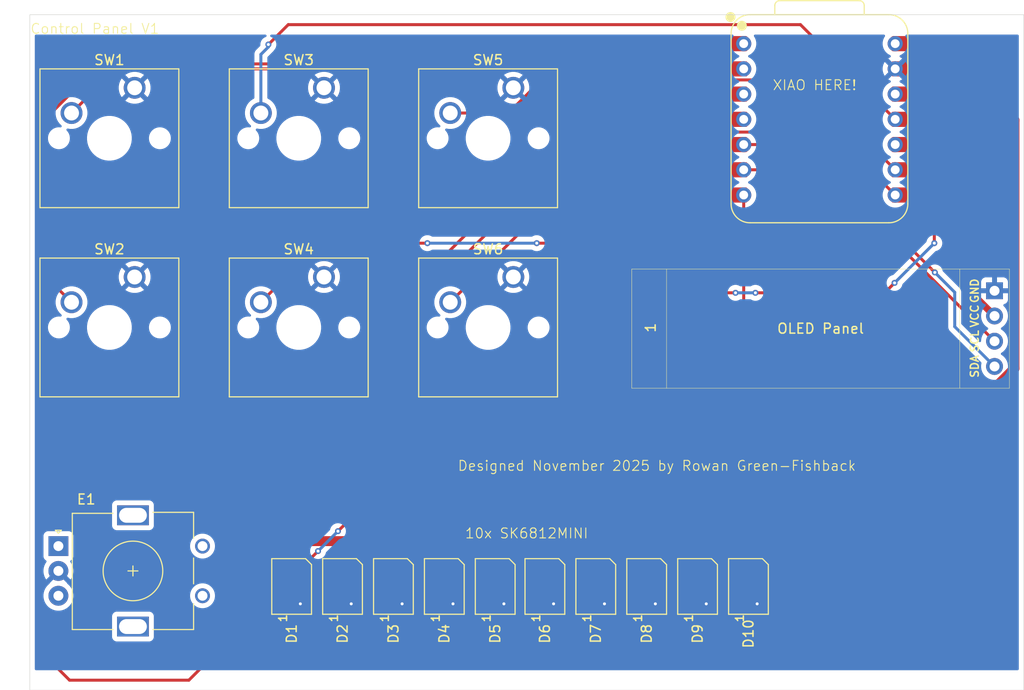
<source format=kicad_pcb>
(kicad_pcb (version 20241229) (generator "pcbnew") (generator_version "9.0")
  (layers (0 "F.Cu" signal) (2 "B.Cu" signal) (13 "F.Paste" user) (15 "B.Paste" user) (5 "F.SilkS" user "F.Silkscreen") (7 "B.SilkS" user "B.Silkscreen") (1 "F.Mask" user) (3 "B.Mask" user) (25 "Edge.Cuts" user))
  (net 0 "")
  (net 1 "Net-(D1-DOUT)")
  (net 2 "+5V")
  (net 3 "Net-(D1-DIN)")
  (net 4 "GND")
  (net 5 "Net-(U1-GPIO1{slash}RX)")
  (net 6 "Net-(U1-GPIO2{slash}SCK)")
  (net 7 "Net-(U1-GPIO4{slash}MISO)")
  (net 8 "Net-(U1-GPIO3{slash}MOSI)")
  (net 9 "+3.3V")
  (net 10 "Net-(D2-DOUT)")
  (net 11 "Net-(D3-DOUT)")
  (net 12 "Net-(D4-DOUT)")
  (net 13 "Net-(D5-DOUT)")
  (net 14 "Net-(D6-DOUT)")
  (net 15 "Net-(D7-DOUT)")
  (net 16 "Net-(D8-DOUT)")
  (net 17 "Net-(D10-DIN)")
  (net 19 "Net-(U1-GPIO27{slash}ADC1{slash}A1)")
  (net 20 "Net-(U1-GPIO26{slash}ADC0{slash}A0)")
  (net 21 "Net-(1-SDA)")
  (net 22 "Net-(1-SCL)")
  (net 23 "Net-(U1-GPIO28{slash}ADC2{slash}A2)")
  (net 24 "Net-(U1-GPIO29{slash}ADC3{slash}A3)")
  (footprint "LED_SMD:LED_SK6812MINI_PLCC4_3.5x3.5mm_P1.75mm" (layer "F.Cu") (at 93.82 116.5625 90)
    (property "Reference" "D6" (at -4.7625 0 90) (layer "F.SilkS"))
    (property "Value" "SK6812MINI" (hide yes))
    (fp_line (start -2.8 -2) (end 2.8 -2) (stroke (width 0.12)) (layer "F.SilkS"))
    (fp_line (start -2.8 -2) (end -2.8 2) (stroke (width 0.12)) (layer "F.SilkS"))
    (fp_line (start 2.8 1.4) (end 2.8 -2) (stroke (width 0.12)) (layer "F.SilkS"))
    (fp_line (start 2.8 1.4) (end 2.2 2) (stroke (width 0.12)) (layer "F.SilkS"))
    (fp_line (start -2.8 2) (end 2.2 2) (stroke (width 0.12)) (layer "F.SilkS"))
    (fp_text user "1" (at -3.2 -0.875 90) (layer "F.SilkS") (effects (font (size 0.8 0.8))))
    (pad "1" smd rect (at -1.75 -0.875 90) (size 1.6 0.85) (layers "F.Cu" "F.Mask" "F.Paste") (net 14 "Net-(D6-DOUT)"))
    (pad "2" smd rect (at -1.75 0.875 90) (size 1.6 0.85) (layers "F.Cu" "F.Mask" "F.Paste") (net 4 "GND"))
    (pad "3" smd rect (at 1.75 0.875 90) (size 1.6 0.85) (layers "F.Cu" "F.Mask" "F.Paste") (net 13 "Net-(D5-DOUT)"))
    (pad "4" smd rect (at 1.75 -0.875 90) (size 1.6 0.85) (layers "F.Cu" "F.Mask" "F.Paste") (net 2 "+5V"))
  )
  (footprint "LED_SMD:LED_SK6812MINI_PLCC4_3.5x3.5mm_P1.75mm" (layer "F.Cu") (at 68.34125 116.5625 90)
    (property "Reference" "D1" (at -4.7625 0 90) (layer "F.SilkS"))
    (property "Value" "SK6812MINI" (hide yes))
    (fp_line (start -2.8 -2) (end 2.8 -2) (stroke (width 0.12)) (layer "F.SilkS"))
    (fp_line (start -2.8 -2) (end -2.8 2) (stroke (width 0.12)) (layer "F.SilkS"))
    (fp_line (start 2.8 1.4) (end 2.8 -2) (stroke (width 0.12)) (layer "F.SilkS"))
    (fp_line (start 2.8 1.4) (end 2.2 2) (stroke (width 0.12)) (layer "F.SilkS"))
    (fp_line (start -2.8 2) (end 2.2 2) (stroke (width 0.12)) (layer "F.SilkS"))
    (fp_text user "1" (at -3.2 -0.875 90) (layer "F.SilkS") (effects (font (size 0.8 0.8))))
    (pad "1" smd rect (at -1.75 -0.875 90) (size 1.6 0.85) (layers "F.Cu" "F.Mask" "F.Paste") (net 1 "Net-(D1-DOUT)"))
    (pad "2" smd rect (at -1.75 0.875 90) (size 1.6 0.85) (layers "F.Cu" "F.Mask" "F.Paste") (net 4 "GND"))
    (pad "3" smd rect (at 1.75 0.875 90) (size 1.6 0.85) (layers "F.Cu" "F.Mask" "F.Paste") (net 3 "Net-(D1-DIN)"))
    (pad "4" smd rect (at 1.75 -0.875 90) (size 1.6 0.85) (layers "F.Cu" "F.Mask" "F.Paste") (net 2 "+5V"))
  )
  (footprint "OPL:RotaryEncoder_Alps_EC11E_Vertical_H20mm" (layer "F.Cu") (at 44.875 112.5)
    (property "Reference" "E1" (at 2.8 -4.7 0) (layer "F.SilkS"))
    (property "Value" "EC11E Encoder")
    (fp_line (start -0.3 -1.6) (end 0.3 -1.6) (stroke (width 0.12)) (layer "F.SilkS"))
    (fp_line (start 0 -1.3) (end -0.3 -1.6) (stroke (width 0.12)) (layer "F.SilkS"))
    (fp_line (start 0.3 -1.6) (end 0 -1.3) (stroke (width 0.12)) (layer "F.SilkS"))
    (fp_line (start 1.4 -3.3) (end 1.4 8.4) (stroke (width 0.12)) (layer "F.SilkS"))
    (fp_line (start 5.5 -3.3) (end 1.4 -3.3) (stroke (width 0.12)) (layer "F.SilkS"))
    (fp_line (start 5.5 8.4) (end 1.4 8.4) (stroke (width 0.12)) (layer "F.SilkS"))
    (fp_line (start 7 2.5) (end 8 2.5) (stroke (width 0.12)) (layer "F.SilkS"))
    (fp_line (start 7.5 2) (end 7.5 3) (stroke (width 0.12)) (layer "F.SilkS"))
    (fp_line (start 9.5 -3.4) (end 13.6 -3.4) (stroke (width 0.12)) (layer "F.SilkS"))
    (fp_line (start 13.6 -3.4) (end 13.6 -0.8) (stroke (width 0.12)) (layer "F.SilkS"))
    (fp_line (start 13.6 1.2) (end 13.6 3.8) (stroke (width 0.12)) (layer "F.SilkS"))
    (fp_line (start 13.6 5.8) (end 13.6 8.4) (stroke (width 0.12)) (layer "F.SilkS"))
    (fp_line (start 13.6 8.4) (end 9.5 8.4) (stroke (width 0.12)) (layer "F.SilkS"))
    (fp_circle (center 7.5 2.5) (end 10.5 2.5) (stroke (width 0.12)) (fill no) (layer "F.SilkS"))
    (pad "" thru_hole circle (at 14.5 0) (size 1.5 1.5) (drill 1) (layers "*.Cu" "*.Mask"))
    (pad "" thru_hole circle (at 14.5 5) (size 1.5 1.5) (drill 1) (layers "*.Cu" "*.Mask"))
    (pad "A" thru_hole rect (at 0 0) (size 2 2) (drill 1) (layers "*.Cu" "*.Mask") (net 23 "Net-(U1-GPIO28{slash}ADC2{slash}A2)"))
    (pad "B" thru_hole circle (at 0 5) (size 2 2) (drill 1) (layers "*.Cu" "*.Mask") (net 24 "Net-(U1-GPIO29{slash}ADC3{slash}A3)"))
    (pad "C" thru_hole circle (at 0 2.5) (size 2 2) (drill 1) (layers "*.Cu" "*.Mask") (net 4 "GND"))
    (pad "MP" thru_hole rect (at 7.5 -3.1) (size 3.2 2) (drill oval 2.8 1.5) (layers "*.Cu" "*.Mask"))
    (pad "MP" thru_hole rect (at 7.5 8.1) (size 3.2 2) (drill oval 2.8 1.5) (layers "*.Cu" "*.Mask"))
  )
  (footprint "Button_Switch_Keyboard:SW_Cherry_MX_1.00u_PCB" (layer "F.Cu") (at 71.59625 66.3575)
    (property "Reference" "SW3" (at -2.54 -2.794 0) (layer "F.SilkS"))
    (property "Value" "SW_Push")
    (fp_line (start -9.525 -1.905) (end 4.445 -1.905) (stroke (width 0.12)) (layer "F.SilkS"))
    (fp_line (start -9.525 12.065) (end -9.525 -1.905) (stroke (width 0.12)) (layer "F.SilkS"))
    (fp_line (start 4.445 -1.905) (end 4.445 12.065) (stroke (width 0.12)) (layer "F.SilkS"))
    (fp_line (start 4.445 12.065) (end -9.525 12.065) (stroke (width 0.12)) (layer "F.SilkS"))
    (pad "" np_thru_hole circle (at -7.62 5.08) (size 1.7 1.7) (drill 1.7) (layers "*.Cu" "*.Mask"))
    (pad "" np_thru_hole circle (at -2.54 5.08) (size 4 4) (drill 4) (layers "*.Cu" "*.Mask"))
    (pad "" np_thru_hole circle (at 2.54 5.08) (size 1.7 1.7) (drill 1.7) (layers "*.Cu" "*.Mask"))
    (pad "1" thru_hole circle (at 0 0) (size 2.2 2.2) (drill 1.5) (layers "*.Cu" "*.Mask") (net 4 "GND"))
    (pad "2" thru_hole circle (at -6.35 2.54) (size 2.2 2.2) (drill 1.5) (layers "*.Cu" "*.Mask") (net 8 "Net-(U1-GPIO3{slash}MOSI)"))
  )
  (footprint "LED_SMD:LED_SK6812MINI_PLCC4_3.5x3.5mm_P1.75mm" (layer "F.Cu") (at 78.58125 116.5625 90)
    (property "Reference" "D3" (at -4.7625 0 90) (layer "F.SilkS"))
    (property "Value" "SK6812MINI" (hide yes))
    (fp_line (start -2.8 -2) (end 2.8 -2) (stroke (width 0.12)) (layer "F.SilkS"))
    (fp_line (start -2.8 -2) (end -2.8 2) (stroke (width 0.12)) (layer "F.SilkS"))
    (fp_line (start 2.8 1.4) (end 2.8 -2) (stroke (width 0.12)) (layer "F.SilkS"))
    (fp_line (start 2.8 1.4) (end 2.2 2) (stroke (width 0.12)) (layer "F.SilkS"))
    (fp_line (start -2.8 2) (end 2.2 2) (stroke (width 0.12)) (layer "F.SilkS"))
    (fp_text user "1" (at -3.2 -0.875 90) (layer "F.SilkS") (effects (font (size 0.8 0.8))))
    (pad "1" smd rect (at -1.75 -0.875 90) (size 1.6 0.85) (layers "F.Cu" "F.Mask" "F.Paste") (net 11 "Net-(D3-DOUT)"))
    (pad "2" smd rect (at -1.75 0.875 90) (size 1.6 0.85) (layers "F.Cu" "F.Mask" "F.Paste") (net 4 "GND"))
    (pad "3" smd rect (at 1.75 0.875 90) (size 1.6 0.85) (layers "F.Cu" "F.Mask" "F.Paste") (net 10 "Net-(D2-DOUT)"))
    (pad "4" smd rect (at 1.75 -0.875 90) (size 1.6 0.85) (layers "F.Cu" "F.Mask" "F.Paste") (net 2 "+5V"))
  )
  (footprint "Button_Switch_Keyboard:SW_Cherry_MX_1.00u_PCB" (layer "F.Cu") (at 52.54625 66.3575)
    (property "Reference" "SW1" (at -2.54 -2.794 0) (layer "F.SilkS"))
    (property "Value" "SW_Push")
    (fp_line (start -9.525 -1.905) (end 4.445 -1.905) (stroke (width 0.12)) (layer "F.SilkS"))
    (fp_line (start -9.525 12.065) (end -9.525 -1.905) (stroke (width 0.12)) (layer "F.SilkS"))
    (fp_line (start 4.445 -1.905) (end 4.445 12.065) (stroke (width 0.12)) (layer "F.SilkS"))
    (fp_line (start 4.445 12.065) (end -9.525 12.065) (stroke (width 0.12)) (layer "F.SilkS"))
    (pad "" np_thru_hole circle (at -7.62 5.08) (size 1.7 1.7) (drill 1.7) (layers "*.Cu" "*.Mask"))
    (pad "" np_thru_hole circle (at -2.54 5.08) (size 4 4) (drill 4) (layers "*.Cu" "*.Mask"))
    (pad "" np_thru_hole circle (at 2.54 5.08) (size 1.7 1.7) (drill 1.7) (layers "*.Cu" "*.Mask"))
    (pad "1" thru_hole circle (at 0 0) (size 2.2 2.2) (drill 1.5) (layers "*.Cu" "*.Mask") (net 4 "GND"))
    (pad "2" thru_hole circle (at -6.35 2.54) (size 2.2 2.2) (drill 1.5) (layers "*.Cu" "*.Mask") (net 19 "Net-(U1-GPIO27{slash}ADC1{slash}A1)"))
  )
  (footprint "LED_SMD:LED_SK6812MINI_PLCC4_3.5x3.5mm_P1.75mm" (layer "F.Cu") (at 88.82125 116.5625 90)
    (property "Reference" "D5" (at -4.7625 0 90) (layer "F.SilkS"))
    (property "Value" "SK6812MINI" (hide yes))
    (fp_line (start -2.8 -2) (end 2.8 -2) (stroke (width 0.12)) (layer "F.SilkS"))
    (fp_line (start -2.8 -2) (end -2.8 2) (stroke (width 0.12)) (layer "F.SilkS"))
    (fp_line (start 2.8 1.4) (end 2.8 -2) (stroke (width 0.12)) (layer "F.SilkS"))
    (fp_line (start 2.8 1.4) (end 2.2 2) (stroke (width 0.12)) (layer "F.SilkS"))
    (fp_line (start -2.8 2) (end 2.2 2) (stroke (width 0.12)) (layer "F.SilkS"))
    (fp_text user "1" (at -3.2 -0.875 90) (layer "F.SilkS") (effects (font (size 0.8 0.8))))
    (pad "1" smd rect (at -1.75 -0.875 90) (size 1.6 0.85) (layers "F.Cu" "F.Mask" "F.Paste") (net 13 "Net-(D5-DOUT)"))
    (pad "2" smd rect (at -1.75 0.875 90) (size 1.6 0.85) (layers "F.Cu" "F.Mask" "F.Paste") (net 4 "GND"))
    (pad "3" smd rect (at 1.75 0.875 90) (size 1.6 0.85) (layers "F.Cu" "F.Mask" "F.Paste") (net 12 "Net-(D4-DOUT)"))
    (pad "4" smd rect (at 1.75 -0.875 90) (size 1.6 0.85) (layers "F.Cu" "F.Mask" "F.Paste") (net 2 "+5V"))
  )
  (footprint "LED_SMD:LED_SK6812MINI_PLCC4_3.5x3.5mm_P1.75mm" (layer "F.Cu") (at 104.06 116.5625 90)
    (property "Reference" "D8" (at -4.7625 0 90) (layer "F.SilkS"))
    (property "Value" "SK6812MINI" (hide yes))
    (fp_line (start -2.8 -2) (end 2.8 -2) (stroke (width 0.12)) (layer "F.SilkS"))
    (fp_line (start -2.8 -2) (end -2.8 2) (stroke (width 0.12)) (layer "F.SilkS"))
    (fp_line (start 2.8 1.4) (end 2.8 -2) (stroke (width 0.12)) (layer "F.SilkS"))
    (fp_line (start 2.8 1.4) (end 2.2 2) (stroke (width 0.12)) (layer "F.SilkS"))
    (fp_line (start -2.8 2) (end 2.2 2) (stroke (width 0.12)) (layer "F.SilkS"))
    (fp_text user "1" (at -3.2 -0.875 90) (layer "F.SilkS") (effects (font (size 0.8 0.8))))
    (pad "1" smd rect (at -1.75 -0.875 90) (size 1.6 0.85) (layers "F.Cu" "F.Mask" "F.Paste") (net 16 "Net-(D8-DOUT)"))
    (pad "2" smd rect (at -1.75 0.875 90) (size 1.6 0.85) (layers "F.Cu" "F.Mask" "F.Paste") (net 4 "GND"))
    (pad "3" smd rect (at 1.75 0.875 90) (size 1.6 0.85) (layers "F.Cu" "F.Mask" "F.Paste") (net 15 "Net-(D7-DOUT)"))
    (pad "4" smd rect (at 1.75 -0.875 90) (size 1.6 0.85) (layers "F.Cu" "F.Mask" "F.Paste") (net 2 "+5V"))
  )
  (footprint "Button_Switch_Keyboard:SW_Cherry_MX_1.00u_PCB" (layer "F.Cu") (at 90.64625 85.4075)
    (property "Reference" "SW6" (at -2.54 -2.794 0) (layer "F.SilkS"))
    (property "Value" "SW_Push")
    (fp_line (start -9.525 -1.905) (end 4.445 -1.905) (stroke (width 0.12)) (layer "F.SilkS"))
    (fp_line (start -9.525 12.065) (end -9.525 -1.905) (stroke (width 0.12)) (layer "F.SilkS"))
    (fp_line (start 4.445 -1.905) (end 4.445 12.065) (stroke (width 0.12)) (layer "F.SilkS"))
    (fp_line (start 4.445 12.065) (end -9.525 12.065) (stroke (width 0.12)) (layer "F.SilkS"))
    (pad "" np_thru_hole circle (at -7.62 5.08) (size 1.7 1.7) (drill 1.7) (layers "*.Cu" "*.Mask"))
    (pad "" np_thru_hole circle (at -2.54 5.08) (size 4 4) (drill 4) (layers "*.Cu" "*.Mask"))
    (pad "" np_thru_hole circle (at 2.54 5.08) (size 1.7 1.7) (drill 1.7) (layers "*.Cu" "*.Mask"))
    (pad "1" thru_hole circle (at 0 0) (size 2.2 2.2) (drill 1.5) (layers "*.Cu" "*.Mask") (net 4 "GND"))
    (pad "2" thru_hole circle (at -6.35 2.54) (size 2.2 2.2) (drill 1.5) (layers "*.Cu" "*.Mask") (net 5 "Net-(U1-GPIO1{slash}RX)"))
  )
  (footprint "OPL:XIAO-RP2040-DIP" (layer "F.Cu") (at 121.44375 69.5325)
    (property "Reference" "U1" (hide yes))
    (property "Value" "XIAO-RP2040-DIP")
    (fp_line (start -8.89 8.509) (end -8.89 -8.636) (stroke (width 0.127)) (layer "F.SilkS"))
    (fp_line (start -6.985 10.414) (end 6.985 10.414) (stroke (width 0.127)) (layer "F.SilkS"))
    (fp_line (start -4.495 -10.541) (end -4.491272 -11.451272) (stroke (width 0.127)) (layer "F.SilkS"))
    (fp_line (start -3.991272 -11.951) (end 4.004 -11.951) (stroke (width 0.127)) (layer "F.SilkS"))
    (fp_line (start 4.504 -11.451) (end 4.504 -10.541) (stroke (width 0.127)) (layer "F.SilkS"))
    (fp_line (start 6.985 -10.541) (end -6.985 -10.541) (stroke (width 0.1)) (layer "F.SilkS"))
    (fp_line (start 6.985 -10.541) (end -6.985 -10.541) (stroke (width 0.127)) (layer "F.SilkS"))
    (fp_line (start 8.89 8.509) (end 8.89 -8.636) (stroke (width 0.127)) (layer "F.SilkS"))
    (fp_arc (start -8.89 -8.636) (mid -8.332038 -9.983038) (end -6.985 -10.541) (stroke (width 0.127)) (layer "F.SilkS"))
    (fp_arc (start -6.985 10.414) (mid -8.332038 9.856038) (end -8.89 8.509) (stroke (width 0.127)) (layer "F.SilkS"))
    (fp_arc (start -4.491272 -11.451272) (mid -4.344728 -11.80464) (end -3.991272 -11.951) (stroke (width 0.127)) (layer "F.SilkS"))
    (fp_arc (start 4.004 -11.951) (mid 4.357553 -11.804553) (end 4.504 -11.451) (stroke (width 0.127)) (layer "F.SilkS"))
    (fp_arc (start 6.985 -10.541) (mid 8.332038 -9.983038) (end 8.89 -8.636) (stroke (width 0.127)) (layer "F.SilkS"))
    (fp_arc (start 8.89 8.509) (mid 8.332038 9.856038) (end 6.985 10.414) (stroke (width 0.127)) (layer "F.SilkS"))
    (fp_circle (center -8.95 -10.3) (end -8.95 -10.554) (stroke (width 0.5)) (fill yes) (layer "F.SilkS"))
    (fp_circle (center -7.807 -9.42) (end -7.807 -9.674) (stroke (width 0.5)) (fill yes) (layer "F.SilkS"))
    (pad "1" smd roundrect (at -8.455 -7.62 180) (size 2.432 1.524) (layers "F.Cu" "F.Mask") (roundrect_rratio 0.1) (net 20 "Net-(U1-GPIO26{slash}ADC0{slash}A0)"))
    (pad "1" thru_hole circle (at -7.62 -7.62 180) (size 1.524 1.524) (drill 0.889) (layers "*.Cu" "*.Mask") (net 20 "Net-(U1-GPIO26{slash}ADC0{slash}A0)"))
    (pad "2" smd roundrect (at -8.455 -5.08 180) (size 2.432 1.524) (layers "F.Cu" "F.Mask") (roundrect_rratio 0.1) (net 19 "Net-(U1-GPIO27{slash}ADC1{slash}A1)"))
    (pad "2" thru_hole circle (at -7.62 -5.08 180) (size 1.524 1.524) (drill 0.889) (layers "*.Cu" "*.Mask") (net 19 "Net-(U1-GPIO27{slash}ADC1{slash}A1)"))
    (pad "3" smd roundrect (at -8.455 -2.54 180) (size 2.432 1.524) (layers "F.Cu" "F.Mask") (roundrect_rratio 0.1) (net 23 "Net-(U1-GPIO28{slash}ADC2{slash}A2)"))
    (pad "3" thru_hole circle (at -7.62 -2.54 180) (size 1.524 1.524) (drill 0.889) (layers "*.Cu" "*.Mask") (net 23 "Net-(U1-GPIO28{slash}ADC2{slash}A2)"))
    (pad "4" smd roundrect (at -8.455 0 180) (size 2.432 1.524) (layers "F.Cu" "F.Mask") (roundrect_rratio 0.1) (net 24 "Net-(U1-GPIO29{slash}ADC3{slash}A3)"))
    (pad "4" thru_hole circle (at -7.62 0 180) (size 1.524 1.524) (drill 0.889) (layers "*.Cu" "*.Mask") (net 24 "Net-(U1-GPIO29{slash}ADC3{slash}A3)"))
    (pad "5" smd roundrect (at -8.455 2.54 180) (size 2.432 1.524) (layers "F.Cu" "F.Mask") (roundrect_rratio 0.1) (net 21 "Net-(1-SDA)"))
    (pad "5" thru_hole circle (at -7.62 2.54 180) (size 1.524 1.524) (drill 0.889) (layers "*.Cu" "*.Mask") (net 21 "Net-(1-SDA)"))
    (pad "6" smd roundrect (at -8.455 5.08 180) (size 2.432 1.524) (layers "F.Cu" "F.Mask") (roundrect_rratio 0.1) (net 22 "Net-(1-SCL)"))
    (pad "6" thru_hole circle (at -7.62 5.08 180) (size 1.524 1.524) (drill 0.889) (layers "*.Cu" "*.Mask") (net 22 "Net-(1-SCL)"))
    (pad "7" smd roundrect (at -8.455 7.62 180) (size 2.432 1.524) (layers "F.Cu" "F.Mask") (roundrect_rratio 0.1) (net 3 "Net-(D1-DIN)"))
    (pad "7" thru_hole circle (at -7.62 7.62 180) (size 1.524 1.524) (drill 0.889) (layers "*.Cu" "*.Mask") (net 3 "Net-(D1-DIN)"))
    (pad "8" thru_hole circle (at 7.62 7.62) (size 1.524 1.524) (drill 0.889) (layers "*.Cu" "*.Mask") (net 5 "Net-(U1-GPIO1{slash}RX)"))
    (pad "8" smd roundrect (at 8.455 7.62) (size 2.432 1.524) (layers "F.Cu" "F.Mask") (roundrect_rratio 0.1) (net 5 "Net-(U1-GPIO1{slash}RX)"))
    (pad "9" thru_hole circle (at 7.62 5.08) (size 1.524 1.524) (drill 0.889) (layers "*.Cu" "*.Mask") (net 6 "Net-(U1-GPIO2{slash}SCK)"))
    (pad "9" smd roundrect (at 8.455 5.08) (size 2.432 1.524) (layers "F.Cu" "F.Mask") (roundrect_rratio 0.1) (net 6 "Net-(U1-GPIO2{slash}SCK)"))
    (pad "10" thru_hole circle (at 7.62 2.54) (size 1.524 1.524) (drill 0.889) (layers "*.Cu" "*.Mask") (net 7 "Net-(U1-GPIO4{slash}MISO)"))
    (pad "10" smd roundrect (at 8.455 2.54) (size 2.432 1.524) (layers "F.Cu" "F.Mask") (roundrect_rratio 0.1) (net 7 "Net-(U1-GPIO4{slash}MISO)"))
    (pad "11" thru_hole circle (at 7.62 0) (size 1.524 1.524) (drill 0.889) (layers "*.Cu" "*.Mask") (net 8 "Net-(U1-GPIO3{slash}MOSI)"))
    (pad "11" smd roundrect (at 8.455 0) (size 2.432 1.524) (layers "F.Cu" "F.Mask") (roundrect_rratio 0.1) (net 8 "Net-(U1-GPIO3{slash}MOSI)"))
    (pad "12" thru_hole circle (at 7.62 -2.54) (size 1.524 1.524) (drill 0.889) (layers "*.Cu" "*.Mask") (net 9 "+3.3V"))
    (pad "12" smd roundrect (at 8.455 -2.54) (size 2.432 1.524) (layers "F.Cu" "F.Mask") (roundrect_rratio 0.1) (net 9 "+3.3V"))
    (pad "13" thru_hole circle (at 7.62 -5.08) (size 1.524 1.524) (drill 0.889) (layers "*.Cu" "*.Mask") (net 4 "GND"))
    (pad "13" smd roundrect (at 8.455 -5.08) (size 2.432 1.524) (layers "F.Cu" "F.Mask") (roundrect_rratio 0.1) (net 4 "GND"))
    (pad "14" thru_hole circle (at 7.62 -7.62) (size 1.524 1.524) (drill 0.889) (layers "*.Cu" "*.Mask") (net 2 "+5V"))
    (pad "14" smd roundrect (at 8.455 -7.62) (size 2.432 1.524) (layers "F.Cu" "F.Mask") (roundrect_rratio 0.1) (net 2 "+5V"))
  )
  (footprint "OPL:SSD1306-0.91-OLED-4pin-128x32" (layer "F.Cu") (at 102.55875 84.6025)
    (property "Reference" "1" (at 1.9 5.91 90) (layer "F.SilkS"))
    (property "Value" "Oled Panel")
    (fp_line (start 0 0) (end 0 12) (stroke (width 0.04)) (layer "F.SilkS"))
    (fp_line (start 0 12) (end 38 12) (stroke (width 0.04)) (layer "F.SilkS"))
    (fp_line (start 3.5 0) (end 3.5 12) (stroke (width 0.04)) (layer "F.SilkS"))
    (fp_line (start 33 0) (end 33 12) (stroke (width 0.04)) (layer "F.SilkS"))
    (fp_line (start 38 0) (end 0 0) (stroke (width 0.04)) (layer "F.SilkS"))
    (fp_line (start 38 12) (end 38 0) (stroke (width 0.04)) (layer "F.SilkS"))
    (fp_text user "SDA" (at 34.5 9.81 270) (layer "F.SilkS") (effects (font (size 0.8 0.8))))
    (fp_text user "VCC" (at 34.5 4.73 270) (layer "F.SilkS") (effects (font (size 0.8 0.8))))
    (fp_text user "OLED Panel" (at 19 6 0) (layer "F.SilkS"))
    (fp_text user "GND" (at 34.5 2.19 270) (layer "F.SilkS") (effects (font (size 0.8 0.8))))
    (fp_text user "SCL" (at 34.5 7.27 270) (layer "F.SilkS") (effects (font (size 0.8 0.8))))
    (pad "1" thru_hole rect (at 36.5 2.19) (size 1.7 1.7) (drill 1) (layers "*.Cu" "*.Mask") (net 4 "GND"))
    (pad "2" thru_hole oval (at 36.5 4.73) (size 1.7 1.7) (drill 1) (layers "*.Cu" "*.Mask") (net 9 "+3.3V"))
    (pad "3" thru_hole oval (at 36.5 7.27) (size 1.7 1.7) (drill 1) (layers "*.Cu" "*.Mask") (net 22 "Net-(1-SCL)"))
    (pad "4" thru_hole oval (at 36.5 9.81) (size 1.7 1.7) (drill 1) (layers "*.Cu" "*.Mask") (net 21 "Net-(1-SDA)"))
  )
  (footprint "LED_SMD:LED_SK6812MINI_PLCC4_3.5x3.5mm_P1.75mm" (layer "F.Cu") (at 109.18 116.5625 90)
    (property "Reference" "D9" (at -4.7625 0 90) (layer "F.SilkS"))
    (property "Value" "SK6812MINI" (hide yes))
    (fp_line (start -2.8 -2) (end 2.8 -2) (stroke (width 0.12)) (layer "F.SilkS"))
    (fp_line (start -2.8 -2) (end -2.8 2) (stroke (width 0.12)) (layer "F.SilkS"))
    (fp_line (start 2.8 1.4) (end 2.8 -2) (stroke (width 0.12)) (layer "F.SilkS"))
    (fp_line (start 2.8 1.4) (end 2.2 2) (stroke (width 0.12)) (layer "F.SilkS"))
    (fp_line (start -2.8 2) (end 2.2 2) (stroke (width 0.12)) (layer "F.SilkS"))
    (fp_text user "1" (at -3.2 -0.875 90) (layer "F.SilkS") (effects (font (size 0.8 0.8))))
    (pad "1" smd rect (at -1.75 -0.875 90) (size 1.6 0.85) (layers "F.Cu" "F.Mask" "F.Paste") (net 17 "Net-(D10-DIN)"))
    (pad "2" smd rect (at -1.75 0.875 90) (size 1.6 0.85) (layers "F.Cu" "F.Mask" "F.Paste") (net 4 "GND"))
    (pad "3" smd rect (at 1.75 0.875 90) (size 1.6 0.85) (layers "F.Cu" "F.Mask" "F.Paste") (net 16 "Net-(D8-DOUT)"))
    (pad "4" smd rect (at 1.75 -0.875 90) (size 1.6 0.85) (layers "F.Cu" "F.Mask" "F.Paste") (net 2 "+5V"))
  )
  (footprint "LED_SMD:LED_SK6812MINI_PLCC4_3.5x3.5mm_P1.75mm" (layer "F.Cu") (at 98.94 116.5625 90)
    (property "Reference" "D7" (at -4.7625 0 90) (layer "F.SilkS"))
    (property "Value" "SK6812MINI" (hide yes))
    (fp_line (start -2.8 -2) (end 2.8 -2) (stroke (width 0.12)) (layer "F.SilkS"))
    (fp_line (start -2.8 -2) (end -2.8 2) (stroke (width 0.12)) (layer "F.SilkS"))
    (fp_line (start 2.8 1.4) (end 2.8 -2) (stroke (width 0.12)) (layer "F.SilkS"))
    (fp_line (start 2.8 1.4) (end 2.2 2) (stroke (width 0.12)) (layer "F.SilkS"))
    (fp_line (start -2.8 2) (end 2.2 2) (stroke (width 0.12)) (layer "F.SilkS"))
    (fp_text user "1" (at -3.2 -0.875 90) (layer "F.SilkS") (effects (font (size 0.8 0.8))))
    (pad "1" smd rect (at -1.75 -0.875 90) (size 1.6 0.85) (layers "F.Cu" "F.Mask" "F.Paste") (net 15 "Net-(D7-DOUT)"))
    (pad "2" smd rect (at -1.75 0.875 90) (size 1.6 0.85) (layers "F.Cu" "F.Mask" "F.Paste") (net 4 "GND"))
    (pad "3" smd rect (at 1.75 0.875 90) (size 1.6 0.85) (layers "F.Cu" "F.Mask" "F.Paste") (net 14 "Net-(D6-DOUT)"))
    (pad "4" smd rect (at 1.75 -0.875 90) (size 1.6 0.85) (layers "F.Cu" "F.Mask" "F.Paste") (net 2 "+5V"))
  )
  (footprint "Button_Switch_Keyboard:SW_Cherry_MX_1.00u_PCB" (layer "F.Cu") (at 52.54625 85.4075)
    (property "Reference" "SW2" (at -2.54 -2.794 0) (layer "F.SilkS"))
    (property "Value" "SW_Push")
    (fp_line (start -9.525 -1.905) (end 4.445 -1.905) (stroke (width 0.12)) (layer "F.SilkS"))
    (fp_line (start -9.525 12.065) (end -9.525 -1.905) (stroke (width 0.12)) (layer "F.SilkS"))
    (fp_line (start 4.445 -1.905) (end 4.445 12.065) (stroke (width 0.12)) (layer "F.SilkS"))
    (fp_line (start 4.445 12.065) (end -9.525 12.065) (stroke (width 0.12)) (layer "F.SilkS"))
    (pad "" np_thru_hole circle (at -7.62 5.08) (size 1.7 1.7) (drill 1.7) (layers "*.Cu" "*.Mask"))
    (pad "" np_thru_hole circle (at -2.54 5.08) (size 4 4) (drill 4) (layers "*.Cu" "*.Mask"))
    (pad "" np_thru_hole circle (at 2.54 5.08) (size 1.7 1.7) (drill 1.7) (layers "*.Cu" "*.Mask"))
    (pad "1" thru_hole circle (at 0 0) (size 2.2 2.2) (drill 1.5) (layers "*.Cu" "*.Mask") (net 4 "GND"))
    (pad "2" thru_hole circle (at -6.35 2.54) (size 2.2 2.2) (drill 1.5) (layers "*.Cu" "*.Mask") (net 20 "Net-(U1-GPIO26{slash}ADC0{slash}A0)"))
  )
  (footprint "Button_Switch_Keyboard:SW_Cherry_MX_1.00u_PCB" (layer "F.Cu") (at 71.59625 85.4075)
    (property "Reference" "SW4" (at -2.54 -2.794 0) (layer "F.SilkS"))
    (property "Value" "SW_Push")
    (fp_line (start -9.525 -1.905) (end 4.445 -1.905) (stroke (width 0.12)) (layer "F.SilkS"))
    (fp_line (start -9.525 12.065) (end -9.525 -1.905) (stroke (width 0.12)) (layer "F.SilkS"))
    (fp_line (start 4.445 -1.905) (end 4.445 12.065) (stroke (width 0.12)) (layer "F.SilkS"))
    (fp_line (start 4.445 12.065) (end -9.525 12.065) (stroke (width 0.12)) (layer "F.SilkS"))
    (pad "" np_thru_hole circle (at -7.62 5.08) (size 1.7 1.7) (drill 1.7) (layers "*.Cu" "*.Mask"))
    (pad "" np_thru_hole circle (at -2.54 5.08) (size 4 4) (drill 4) (layers "*.Cu" "*.Mask"))
    (pad "" np_thru_hole circle (at 2.54 5.08) (size 1.7 1.7) (drill 1.7) (layers "*.Cu" "*.Mask"))
    (pad "1" thru_hole circle (at 0 0) (size 2.2 2.2) (drill 1.5) (layers "*.Cu" "*.Mask") (net 4 "GND"))
    (pad "2" thru_hole circle (at -6.35 2.54) (size 2.2 2.2) (drill 1.5) (layers "*.Cu" "*.Mask") (net 7 "Net-(U1-GPIO4{slash}MISO)"))
  )
  (footprint "LED_SMD:LED_SK6812MINI_PLCC4_3.5x3.5mm_P1.75mm" (layer "F.Cu") (at 83.70125 116.5625 90)
    (property "Reference" "D4" (at -4.7625 0 90) (layer "F.SilkS"))
    (property "Value" "SK6812MINI" (hide yes))
    (fp_line (start -2.8 -2) (end 2.8 -2) (stroke (width 0.12)) (layer "F.SilkS"))
    (fp_line (start -2.8 -2) (end -2.8 2) (stroke (width 0.12)) (layer "F.SilkS"))
    (fp_line (start 2.8 1.4) (end 2.8 -2) (stroke (width 0.12)) (layer "F.SilkS"))
    (fp_line (start 2.8 1.4) (end 2.2 2) (stroke (width 0.12)) (layer "F.SilkS"))
    (fp_line (start -2.8 2) (end 2.2 2) (stroke (width 0.12)) (layer "F.SilkS"))
    (fp_text user "1" (at -3.2 -0.875 90) (layer "F.SilkS") (effects (font (size 0.8 0.8))))
    (pad "1" smd rect (at -1.75 -0.875 90) (size 1.6 0.85) (layers "F.Cu" "F.Mask" "F.Paste") (net 12 "Net-(D4-DOUT)"))
    (pad "2" smd rect (at -1.75 0.875 90) (size 1.6 0.85) (layers "F.Cu" "F.Mask" "F.Paste") (net 4 "GND"))
    (pad "3" smd rect (at 1.75 0.875 90) (size 1.6 0.85) (layers "F.Cu" "F.Mask" "F.Paste") (net 11 "Net-(D3-DOUT)"))
    (pad "4" smd rect (at 1.75 -0.875 90) (size 1.6 0.85) (layers "F.Cu" "F.Mask" "F.Paste") (net 2 "+5V"))
  )
  (footprint "LED_SMD:LED_SK6812MINI_PLCC4_3.5x3.5mm_P1.75mm" (layer "F.Cu") (at 73.46125 116.5625 90)
    (property "Reference" "D2" (at -4.7625 0 90) (layer "F.SilkS"))
    (property "Value" "SK6812MINI" (hide yes))
    (fp_line (start -2.8 -2) (end 2.8 -2) (stroke (width 0.12)) (layer "F.SilkS"))
    (fp_line (start -2.8 -2) (end -2.8 2) (stroke (width 0.12)) (layer "F.SilkS"))
    (fp_line (start 2.8 1.4) (end 2.8 -2) (stroke (width 0.12)) (layer "F.SilkS"))
    (fp_line (start 2.8 1.4) (end 2.2 2) (stroke (width 0.12)) (layer "F.SilkS"))
    (fp_line (start -2.8 2) (end 2.2 2) (stroke (width 0.12)) (layer "F.SilkS"))
    (fp_text user "1" (at -3.2 -0.875 90) (layer "F.SilkS") (effects (font (size 0.8 0.8))))
    (pad "1" smd rect (at -1.75 -0.875 90) (size 1.6 0.85) (layers "F.Cu" "F.Mask" "F.Paste") (net 10 "Net-(D2-DOUT)"))
    (pad "2" smd rect (at -1.75 0.875 90) (size 1.6 0.85) (layers "F.Cu" "F.Mask" "F.Paste") (net 4 "GND"))
    (pad "3" smd rect (at 1.75 0.875 90) (size 1.6 0.85) (layers "F.Cu" "F.Mask" "F.Paste") (net 1 "Net-(D1-DOUT)"))
    (pad "4" smd rect (at 1.75 -0.875 90) (size 1.6 0.85) (layers "F.Cu" "F.Mask" "F.Paste") (net 2 "+5V"))
  )
  (footprint "LED_SMD:LED_SK6812MINI_PLCC4_3.5x3.5mm_P1.75mm" (layer "F.Cu") (at 114.3 116.5625 90)
    (property "Reference" "D10" (at -4.7625 0 90) (layer "F.SilkS"))
    (property "Value" "SK6812MINI" (hide yes))
    (fp_line (start -2.8 -2) (end 2.8 -2) (stroke (width 0.12)) (layer "F.SilkS"))
    (fp_line (start -2.8 -2) (end -2.8 2) (stroke (width 0.12)) (layer "F.SilkS"))
    (fp_line (start 2.8 1.4) (end 2.8 -2) (stroke (width 0.12)) (layer "F.SilkS"))
    (fp_line (start 2.8 1.4) (end 2.2 2) (stroke (width 0.12)) (layer "F.SilkS"))
    (fp_line (start -2.8 2) (end 2.2 2) (stroke (width 0.12)) (layer "F.SilkS"))
    (fp_text user "1" (at -3.2 -0.875 90) (layer "F.SilkS") (effects (font (size 0.8 0.8))))
    (pad "1" smd rect (at -1.75 -0.875 90) (size 1.6 0.85) (layers "F.Cu" "F.Mask" "F.Paste"))
    (pad "2" smd rect (at -1.75 0.875 90) (size 1.6 0.85) (layers "F.Cu" "F.Mask" "F.Paste") (net 4 "GND"))
    (pad "3" smd rect (at 1.75 0.875 90) (size 1.6 0.85) (layers "F.Cu" "F.Mask" "F.Paste") (net 17 "Net-(D10-DIN)"))
    (pad "4" smd rect (at 1.75 -0.875 90) (size 1.6 0.85) (layers "F.Cu" "F.Mask" "F.Paste") (net 2 "+5V"))
  )
  (footprint "Button_Switch_Keyboard:SW_Cherry_MX_1.00u_PCB" (layer "F.Cu") (at 90.64625 66.3575)
    (property "Reference" "SW5" (at -2.54 -2.794 0) (layer "F.SilkS"))
    (property "Value" "SW_Push")
    (fp_line (start -9.525 -1.905) (end 4.445 -1.905) (stroke (width 0.12)) (layer "F.SilkS"))
    (fp_line (start -9.525 12.065) (end -9.525 -1.905) (stroke (width 0.12)) (layer "F.SilkS"))
    (fp_line (start 4.445 -1.905) (end 4.445 12.065) (stroke (width 0.12)) (layer "F.SilkS"))
    (fp_line (start 4.445 12.065) (end -9.525 12.065) (stroke (width 0.12)) (layer "F.SilkS"))
    (pad "" np_thru_hole circle (at -7.62 5.08) (size 1.7 1.7) (drill 1.7) (layers "*.Cu" "*.Mask"))
    (pad "" np_thru_hole circle (at -2.54 5.08) (size 4 4) (drill 4) (layers "*.Cu" "*.Mask"))
    (pad "" np_thru_hole circle (at 2.54 5.08) (size 1.7 1.7) (drill 1.7) (layers "*.Cu" "*.Mask"))
    (pad "1" thru_hole circle (at 0 0) (size 2.2 2.2) (drill 1.5) (layers "*.Cu" "*.Mask") (net 4 "GND"))
    (pad "2" thru_hole circle (at -6.35 2.54) (size 2.2 2.2) (drill 1.5) (layers "*.Cu" "*.Mask") (net 6 "Net-(U1-GPIO2{slash}SCK)"))
  )
  (gr_rect (start 42 59) (end 142 127) (stroke (width 0.05)) (fill no) (layer "Edge.Cuts"))
  (gr_text "Designed November 2025 by Rowan Green-Fishback" (at 85 105 0) (layer "F.SilkS") (effects (font (size 1 1) (thickness 0.1)) (justify left bottom)))
  (gr_text "10x SK6812MINI" (at 85.725 111.8 0) (layer "F.SilkS") (effects (font (size 1 1) (thickness 0.1)) (justify left bottom)))
  (gr_text "Control Panel V1" (at 42 61 0) (layer "F.SilkS") (effects (font (size 1 1) (thickness 0.1)) (justify left bottom)))
  (gr_text "XIAO HERE!" (at 116.68125 66.675 0) (layer "F.SilkS") (effects (font (size 1 1) (thickness 0.1)) (justify left bottom)))
  (segment (start 72.42625 116.7225) (end 74.33625 114.8125) (width 0.3) (layer "F.Cu") (net 1))
  (segment (start 69.05625 116.7225) (end 72.42625 116.7225) (width 0.3) (layer "F.Cu") (net 1))
  (segment (start 67.46625 118.3125) (end 69.05625 116.7225) (width 0.3) (layer "F.Cu") (net 1))
  (segment (start 77.70625 113.29375) (end 77.70625 114.8125) (width 1) (layer "F.Cu") (net 2))
  (segment (start 133.35 61.9125) (end 129.89875 61.9125) (width 1) (layer "F.Cu") (net 2))
  (segment (start 87.94625 113.05375) (end 87.94625 114.8125) (width 1) (layer "F.Cu") (net 2))
  (segment (start 104 112) (end 99 112) (width 1) (layer "F.Cu") (net 2))
  (segment (start 141.06075 94.603946) (end 141.06075 69.62325) (width 1) (layer "F.Cu") (net 2))
  (segment (start 103.185 112.815) (end 103.185 114.8125) (width 1) (layer "F.Cu") (net 2))
  (segment (start 89 112) (end 87.94625 113.05375) (width 1) (layer "F.Cu") (net 2))
  (segment (start 114 112) (end 113.425 112.575) (width 1) (layer "F.Cu") (net 2))
  (segment (start 79 112) (end 74 112) (width 1) (layer "F.Cu") (net 2))
  (segment (start 92.945 113.055) (end 92.945 114.8125) (width 1) (layer "F.Cu") (net 2))
  (segment (start 94 112) (end 89 112) (width 1) (layer "F.Cu") (net 2))
  (segment (start 82.82625 113.17375) (end 82.82625 114.8125) (width 1) (layer "F.Cu") (net 2))
  (segment (start 74 112) (end 72.58625 113.41375) (width 1) (layer "F.Cu") (net 2))
  (segment (start 69 112) (end 67.46625 113.53375) (width 1) (layer "F.Cu") (net 2))
  (segment (start 104 112) (end 103.185 112.815) (width 1) (layer "F.Cu") (net 2))
  (segment (start 89 112) (end 84 112) (width 1) (layer "F.Cu") (net 2))
  (segment (start 67.46625 113.53375) (end 67.46625 114.8125) (width 1) (layer "F.Cu") (net 2))
  (segment (start 84 112) (end 82.82625 113.17375) (width 1) (layer "F.Cu") (net 2))
  (segment (start 114 112) (end 109 112) (width 1) (layer "F.Cu") (net 2))
  (segment (start 109 112) (end 108.305 112.695) (width 1) (layer "F.Cu") (net 2))
  (segment (start 99 112) (end 98.065 112.935) (width 1) (layer "F.Cu") (net 2))
  (segment (start 108.305 112.695) (end 108.305 114.8125) (width 1) (layer "F.Cu") (net 2))
  (segment (start 135.73125 64.29375) (end 133.35 61.9125) (width 1) (layer "F.Cu") (net 2))
  (segment (start 98.065 112.935) (end 98.065 114.8125) (width 1) (layer "F.Cu") (net 2))
  (segment (start 84 112) (end 79 112) (width 1) (layer "F.Cu") (net 2))
  (segment (start 113.425 112.575) (end 113.425 114.8125) (width 1) (layer "F.Cu") (net 2))
  (segment (start 114 112) (end 123.664696 112) (width 1) (layer "F.Cu") (net 2))
  (segment (start 109 112) (end 104 112) (width 1) (layer "F.Cu") (net 2))
  (segment (start 123.664696 112) (end 141.06075 94.603946) (width 1) (layer "F.Cu") (net 2))
  (segment (start 94 112) (end 92.945 113.055) (width 1) (layer "F.Cu") (net 2))
  (segment (start 72.58625 113.41375) (end 72.58625 114.8125) (width 1) (layer "F.Cu") (net 2))
  (segment (start 141.06075 69.62325) (end 135.73125 64.29375) (width 1) (layer "F.Cu") (net 2))
  (segment (start 79 112) (end 77.70625 113.29375) (width 1) (layer "F.Cu") (net 2))
  (segment (start 74 112) (end 69 112) (width 1) (layer "F.Cu") (net 2))
  (segment (start 99 112) (end 94 112) (width 1) (layer "F.Cu") (net 2))
  (segment (start 81.60625 102.39375) (end 100.0125 102.39375) (width 0.3) (layer "F.Cu") (net 3))
  (segment (start 100.0125 102.39375) (end 113.82375 88.5825) (width 0.3) (layer "F.Cu") (net 3))
  (segment (start 73 111) (end 81.60625 102.39375) (width 0.3) (layer "F.Cu") (net 3))
  (segment (start 69.21625 114.78375) (end 71 113) (width 0.3) (layer "F.Cu") (net 3))
  (segment (start 113.82375 88.5825) (end 113.82375 77.1525) (width 0.3) (layer "F.Cu") (net 3))
  (segment (start 69.21625 114.8125) (end 69.21625 114.78375) (width 0.3) (layer "F.Cu") (net 3))
  (via (at 73 111) (size 0.6) (drill 0.3) (layers "F.Cu" "B.Cu") (net 3))
  (via (at 71 113) (size 0.6) (drill 0.3) (layers "F.Cu" "B.Cu") (net 3))
  (segment (start 71 113) (end 73 111) (width 0.3) (layer "B.Cu") (net 3))
  (segment (start 89.69625 118.30375) (end 90 118) (width 0.3) (layer "F.Cu") (net 4))
  (segment (start 110.055 118.3125) (end 110.055 118.055) (width 0.3) (layer "F.Cu") (net 4))
  (segment (start 94.695 118.3125) (end 94.695 118.695) (width 0.3) (layer "F.Cu") (net 4))
  (segment (start 115.175 118.3125) (end 115.175 118.175) (width 0.3) (layer "F.Cu") (net 4))
  (via (at 104.935 118.3125) (size 0.6) (drill 0.3) (layers "F.Cu" "B.Cu") (net 4))
  (via (at 110.055 118.3125) (size 0.6) (drill 0.3) (layers "F.Cu" "B.Cu") (net 4))
  (via (at 69.21625 118.3125) (size 0.6) (drill 0.3) (layers "F.Cu" "B.Cu") (net 4))
  (via (at 89.69625 118.3125) (size 0.6) (drill 0.3) (layers "F.Cu" "B.Cu") (net 4))
  (via (at 74.33625 118.3125) (size 0.6) (drill 0.3) (layers "F.Cu" "B.Cu") (net 4))
  (via (at 99.815 118.3125) (size 0.6) (drill 0.3) (layers "F.Cu" "B.Cu") (net 4))
  (via (at 79.45625 118.3125) (size 0.6) (drill 0.3) (layers "F.Cu" "B.Cu") (net 4))
  (via (at 94.695 118.3125) (size 0.6) (drill 0.3) (layers "F.Cu" "B.Cu") (net 4))
  (via (at 84.57625 118.3125) (size 0.6) (drill 0.3) (layers "F.Cu" "B.Cu") (net 4))
  (via (at 115.175 118.3125) (size 0.6) (drill 0.3) (layers "F.Cu" "B.Cu") (net 4))
  (segment (start 129.06375 77.1525) (end 122.727596 70.816346) (width 0.3) (layer "F.Cu") (net 5))
  (segment (start 122.727596 70.816346) (end 101.427404 70.816346) (width 0.3) (layer "F.Cu") (net 5))
  (segment (start 101.427404 70.816346) (end 84.29625 87.9475) (width 0.3) (layer "F.Cu") (net 5))
  (segment (start 129.06375 74.6125) (end 120.01675 65.5655) (width 0.3) (layer "F.Cu") (net 6))
  (segment (start 120.01675 65.5655) (end 93.490274 65.5655) (width 0.3) (layer "F.Cu") (net 6))
  (segment (start 93.490274 65.5655) (end 90.158274 68.8975) (width 0.3) (layer "F.Cu") (net 6))
  (segment (start 90.158274 68.8975) (end 84.29625 68.8975) (width 0.3) (layer "F.Cu") (net 6))
  (segment (start 98 82) (end 93 82) (width 0.3) (layer "F.Cu") (net 7))
  (segment (start 129.06375 72.0725) (end 130.14138 72.0725) (width 0.3) (layer "F.Cu") (net 7))
  (segment (start 82 82) (end 71.19375 82) (width 0.3) (layer "F.Cu") (net 7))
  (segment (start 128 87) (end 115 87) (width 0.3) (layer "F.Cu") (net 7))
  (segment (start 71.19375 82) (end 65.24625 87.9475) (width 0.3) (layer "F.Cu") (net 7))
  (segment (start 130.14138 72.0725) (end 133 74.93112) (width 0.3) (layer "F.Cu") (net 7))
  (segment (start 113 87) (end 103 87) (width 0.3) (layer "F.Cu") (net 7))
  (segment (start 133 74.93112) (end 133 82) (width 0.3) (layer "F.Cu") (net 7))
  (segment (start 129 86) (end 128 87) (width 0.3) (layer "F.Cu") (net 7))
  (segment (start 103 87) (end 98 82) (width 0.3) (layer "F.Cu") (net 7))
  (via (at 113 87) (size 0.6) (drill 0.3) (layers "F.Cu" "B.Cu") (net 7))
  (via (at 93 82) (size 0.6) (drill 0.3) (layers "F.Cu" "B.Cu") (net 7))
  (via (at 129 86) (size 0.6) (drill 0.3) (layers "F.Cu" "B.Cu") (net 7))
  (via (at 82 82) (size 0.6) (drill 0.3) (layers "F.Cu" "B.Cu") (net 7))
  (via (at 115 87) (size 0.6) (drill 0.3) (layers "F.Cu" "B.Cu") (net 7))
  (via (at 133 82) (size 0.6) (drill 0.3) (layers "F.Cu" "B.Cu") (net 7))
  (segment (start 115 87) (end 113 87) (width 0.3) (layer "B.Cu") (net 7))
  (segment (start 133 82) (end 129 86) (width 0.3) (layer "B.Cu") (net 7))
  (segment (start 93 82) (end 82 82) (width 0.3) (layer "B.Cu") (net 7))
  (segment (start 119.53125 60) (end 68 60) (width 0.3) (layer "F.Cu") (net 8))
  (segment (start 68 60) (end 66 62) (width 0.3) (layer "F.Cu") (net 8))
  (segment (start 129.06375 69.5325) (end 119.53125 60) (width 0.3) (layer "F.Cu") (net 8))
  (via (at 66 62) (size 0.6) (drill 0.3) (layers "F.Cu" "B.Cu") (net 8))
  (segment (start 65.24625 63) (end 65.24625 68.8975) (width 0.3) (layer "B.Cu") (net 8))
  (segment (start 66 62) (end 66 62.24625) (width 0.3) (layer "B.Cu") (net 8))
  (segment (start 66 62.24625) (end 65.24625 63) (width 0.3) (layer "B.Cu") (net 8))
  (segment (start 139.05875 89.3325) (end 135 85.27375) (width 0.7) (layer "F.Cu") (net 9))
  (segment (start 139.05875 89.3325) (end 139.350006 89.3325) (width 1) (layer "F.Cu") (net 9))
  (segment (start 130.14138 66.9925) (end 135 71.85112) (width 0.7) (layer "F.Cu") (net 9))
  (segment (start 135 71.85112) (end 135 85.27375) (width 0.7) (layer "F.Cu") (net 9))
  (segment (start 129.06375 66.9925) (end 130.14138 66.9925) (width 0.3) (layer "F.Cu") (net 9))
  (segment (start 74.2175 116.68125) (end 77.5875 116.68125) (width 0.3) (layer "F.Cu") (net 10))
  (segment (start 77.5875 116.68125) (end 79.45625 114.8125) (width 0.3) (layer "F.Cu") (net 10))
  (segment (start 72.58625 118.3125) (end 74.2175 116.68125) (width 0.3) (layer "F.Cu") (net 10))
  (segment (start 82.38875 117) (end 84.57625 114.8125) (width 0.3) (layer "F.Cu") (net 11))
  (segment (start 77.70625 118.3125) (end 79.01875 117) (width 0.3) (layer "F.Cu") (net 11))
  (segment (start 79.01875 117) (end 82.38875 117) (width 0.3) (layer "F.Cu") (net 11))
  (segment (start 82.82625 118.3125) (end 84.13875 117) (width 0.3) (layer "F.Cu") (net 12))
  (segment (start 84.13875 117) (end 87.50875 117) (width 0.3) (layer "F.Cu") (net 12))
  (segment (start 87.50875 117) (end 89.69625 114.8125) (width 0.3) (layer "F.Cu") (net 12))
  (segment (start 89.5775 116.68125) (end 92.82625 116.68125) (width 0.3) (layer "F.Cu") (net 13))
  (segment (start 87.94625 118.3125) (end 89.5775 116.68125) (width 0.3) (layer "F.Cu") (net 13))
  (segment (start 92.82625 116.68125) (end 94.695 114.8125) (width 0.3) (layer "F.Cu") (net 13))
  (segment (start 97.94625 116.68125) (end 99.815 114.8125) (width 0.3) (layer "F.Cu") (net 14))
  (segment (start 92.945 118.3125) (end 94.57625 116.68125) (width 0.3) (layer "F.Cu") (net 14))
  (segment (start 94.57625 116.68125) (end 97.94625 116.68125) (width 0.3) (layer "F.Cu") (net 14))
  (segment (start 103.06625 116.68125) (end 104.935 114.8125) (width 0.3) (layer "F.Cu") (net 15))
  (segment (start 99.69625 116.68125) (end 103.06625 116.68125) (width 0.3) (layer "F.Cu") (net 15))
  (segment (start 98.065 118.3125) (end 99.69625 116.68125) (width 0.3) (layer "F.Cu") (net 15))
  (segment (start 103.185 118.3125) (end 104.81625 116.68125) (width 0.3) (layer "F.Cu") (net 16))
  (segment (start 104.81625 116.68125) (end 108.18625 116.68125) (width 0.3) (layer "F.Cu") (net 16))
  (segment (start 108.18625 116.68125) (end 110.055 114.8125) (width 0.3) (layer "F.Cu") (net 16))
  (segment (start 113.30625 116.68125) (end 115.175 114.8125) (width 0.3) (layer "F.Cu") (net 17))
  (segment (start 109.93625 116.68125) (end 113.30625 116.68125) (width 0.3) (layer "F.Cu") (net 17))
  (segment (start 108.305 118.3125) (end 109.93625 116.68125) (width 0.3) (layer "F.Cu") (net 17))
  (segment (start 50.64125 64.4525) (end 46.19625 68.8975) (width 0.3) (layer "F.Cu") (net 19))
  (segment (start 113.82375 64.4525) (end 50.64125 64.4525) (width 0.3) (layer "F.Cu") (net 19))
  (segment (start 113.82375 61.9125) (end 68.0875 61.9125) (width 0.3) (layer "F.Cu") (net 20))
  (segment (start 43.67525 85.4265) (end 46.19625 87.9475) (width 0.3) (layer "F.Cu") (net 20))
  (segment (start 43.67525 69.366476) (end 43.67525 85.4265) (width 0.3) (layer "F.Cu") (net 20))
  (segment (start 50.433729 63.9515) (end 50.38523 64) (width 0.3) (layer "F.Cu") (net 20))
  (segment (start 49.041726 64) (end 43.67525 69.366476) (width 0.3) (layer "F.Cu") (net 20))
  (segment (start 50.38523 64) (end 49.041726 64) (width 0.3) (layer "F.Cu") (net 20))
  (segment (start 68.0875 61.9125) (end 66.0485 63.9515) (width 0.3) (layer "F.Cu") (net 20))
  (segment (start 66.0485 63.9515) (end 50.433729 63.9515) (width 0.3) (layer "F.Cu") (net 20))
  (segment (start 133.052745 84.947255) (end 120.17799 72.0725) (width 0.3) (layer "F.Cu") (net 21))
  (segment (start 120.17799 72.0725) (end 113.82375 72.0725) (width 0.3) (layer "F.Cu") (net 21))
  (via (at 133.052745 84.947255) (size 0.6) (drill 0.3) (layers "F.Cu" "B.Cu") (net 21))
  (segment (start 135.052745 90.406495) (end 139.05875 94.4125) (width 0.3) (layer "B.Cu") (net 21))
  (segment (start 133.052745 84.947255) (end 135.052745 86.947255) (width 0.3) (layer "B.Cu") (net 21))
  (segment (start 135.052745 86.947255) (end 135.052745 90.406495) (width 0.3) (layer "B.Cu") (net 21))
  (segment (start 139.05875 91.8725) (end 121.79875 74.6125) (width 0.3) (layer "F.Cu") (net 22))
  (segment (start 121.79875 74.6125) (end 113.82375 74.6125) (width 0.3) (layer "F.Cu") (net 22))
  (segment (start 62 105) (end 48 105) (width 0.3) (layer "F.Cu") (net 23))
  (segment (start 113.82375 66.9925) (end 100.0075 66.9925) (width 0.3) (layer "F.Cu") (net 23))
  (segment (start 100.0075 66.9925) (end 62 105) (width 0.3) (layer "F.Cu") (net 23))
  (segment (start 42.88125 110.11875) (end 42.88125 114.18125) (width 0.3) (layer "F.Cu") (net 23))
  (segment (start 48 105) (end 42.88125 110.11875) (width 0.3) (layer "F.Cu") (net 23))
  (segment (start 113.82375 69.5325) (end 99.4675 69.5325) (width 0.3) (layer "F.Cu") (net 24))
  (segment (start 61 108) (end 61 123) (width 0.3) (layer "F.Cu") (net 24))
  (segment (start 46 126) (end 42.88125 122.88125) (width 0.3) (layer "F.Cu") (net 24))
  (segment (start 61 123) (end 58 126) (width 0.3) (layer "F.Cu") (net 24))
  (segment (start 58 126) (end 46 126) (width 0.3) (layer "F.Cu") (net 24))
  (segment (start 42.88125 122.88125) (end 42.88125 119.18125) (width 0.3) (layer "F.Cu") (net 24))
  (segment (start 99.4675 69.5325) (end 61 108) (width 0.3) (layer "F.Cu") (net 24))
  (zone (net 4) (net_name "GND") (layer "B.Cu") (connect_pads (clearance 0.5)) (min_thickness 0.25) (fill yes (thermal_gap 0.5) (thermal_bridge_width 0.5))
    (polygon (pts (xy 142 61) (xy 142 125) (xy 39 125) (xy 39 61)))
  )
)
</source>
